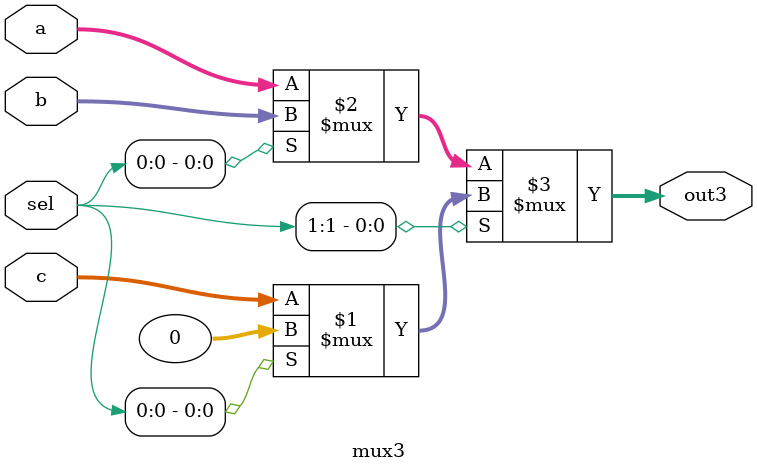
<source format=sv>
`timescale 1ns / 1ps

module mux3(
input logic [31:0] a,
input logic [31:0] b,
input logic [31:0] c,
input logic [1:0] sel,

output logic [31:0] out3
    );
    
    assign out3 = sel[1] ? (sel[0] ? 0 : c) : (sel[0] ? b : a);
    
endmodule

</source>
